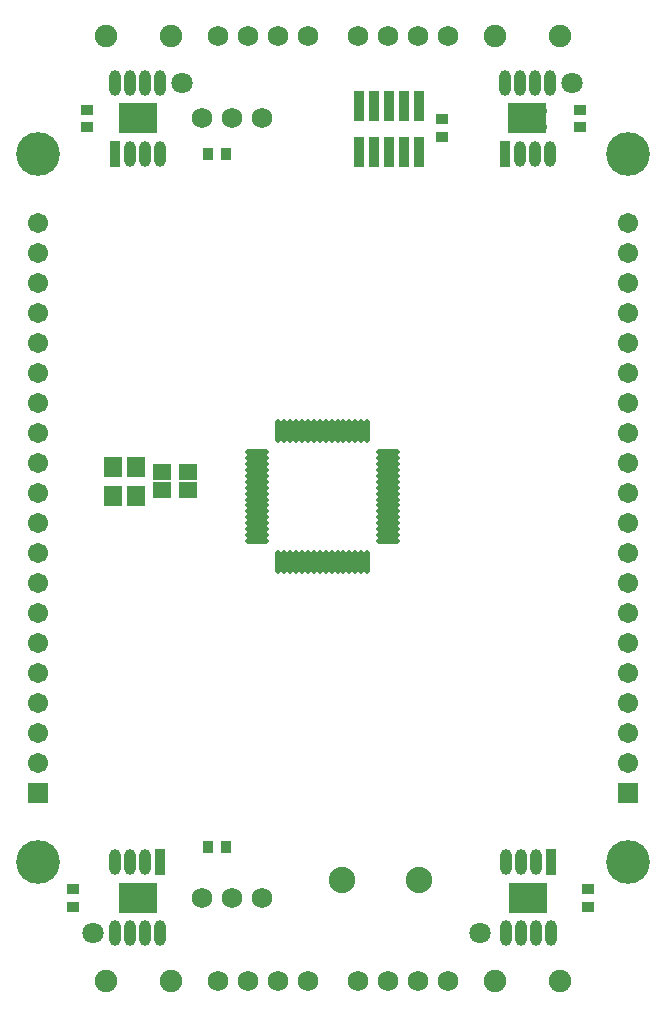
<source format=gbr>
%FSDAX33Y33*%
%MOMM*%
%SFA1B1*%

%IPPOS*%
%ADD11O,0.503199X2.003199*%
%ADD12O,2.003199X0.503199*%
%ADD13R,0.903201X1.103201*%
%ADD14R,0.963201X2.603200*%
%ADD15O,0.973201X2.203201*%
%ADD16R,0.973201X2.203201*%
%ADD17R,3.303199X2.603200*%
%ADD18R,1.603200X1.403200*%
%ADD19R,1.603200X1.703200*%
%ADD20R,1.103201X0.903201*%
%ADD21C,1.727200*%
%ADD22C,1.903199*%
%ADD23C,1.703200*%
%ADD24R,1.703200X1.703200*%
%ADD25C,2.235200*%
%ADD26C,3.703201*%
%ADD27C,0.703199*%
%ADD28C,1.803199*%
%LNtopsolder-1*%
%LPD*%
G54D26*
X038503Y046216D03*
G54D24*
X038503Y052086D03*
G54D23*
X038503Y054626D03*
Y057166D03*
Y059706D03*
Y062246D03*
Y064786D03*
Y067326D03*
Y069866D03*
Y072406D03*
Y074946D03*
Y077486D03*
Y080026D03*
Y082566D03*
Y085106D03*
Y087646D03*
Y090186D03*
Y092726D03*
Y095266D03*
Y097806D03*
Y100346D03*
G54D26*
X038503Y106216D03*
G54D20*
X041453Y042466D03*
Y043966D03*
X042653Y108466D03*
Y109966D03*
G54D22*
X044253Y036216D03*
Y116216D03*
G54D19*
X044853Y077216D03*
Y079716D03*
G54D16*
X045053Y106216D03*
G54D15*
X045053Y112216D03*
X045083Y040216D03*
Y046216D03*
X046323Y106216D03*
Y112216D03*
X046353Y040216D03*
Y046216D03*
G54D19*
X046853Y077216D03*
Y079716D03*
G54D17*
X046958Y109216D03*
X046988Y043216D03*
G54D15*
X047593Y106216D03*
Y112216D03*
X047623Y040216D03*
Y046216D03*
X048863Y106216D03*
Y112216D03*
X048893Y040216D03*
G54D16*
X048893Y046216D03*
G54D18*
X049053Y077716D03*
Y079316D03*
G54D22*
X049753Y036216D03*
Y116216D03*
G54D18*
X051253Y077716D03*
Y079316D03*
G54D21*
X052453Y043216D03*
Y109216D03*
G54D13*
X052903Y047516D03*
Y106216D03*
G54D21*
X053753Y036216D03*
Y116216D03*
G54D13*
X054403Y047516D03*
Y106216D03*
G54D21*
X054993Y043216D03*
Y109216D03*
X056293Y036216D03*
Y116216D03*
G54D12*
X057086Y073440D03*
Y073940D03*
Y074440D03*
Y074940D03*
Y075440D03*
Y075940D03*
Y076440D03*
Y076940D03*
Y077440D03*
Y077940D03*
Y078440D03*
Y078940D03*
Y079440D03*
Y079940D03*
Y080440D03*
Y080940D03*
G54D21*
X057533Y043216D03*
Y109216D03*
X058833Y036216D03*
Y116216D03*
G54D11*
X058886Y071640D03*
Y082740D03*
X059386Y071640D03*
Y082740D03*
X059886Y071640D03*
Y082740D03*
X060386Y071640D03*
Y082740D03*
X060886Y071640D03*
Y082740D03*
G54D21*
X061373Y036216D03*
Y116216D03*
G54D11*
X061386Y071640D03*
Y082740D03*
X061886Y071640D03*
Y082740D03*
X062386Y071640D03*
Y082740D03*
X062886Y071640D03*
Y082740D03*
X063386Y071640D03*
Y082740D03*
X063886Y071640D03*
Y082740D03*
G54D25*
X064253Y044716D03*
G54D11*
X064386Y071640D03*
Y082740D03*
X064886Y071640D03*
Y082740D03*
X065386Y071640D03*
Y082740D03*
G54D21*
X065633Y036216D03*
Y116216D03*
G54D14*
X065713Y106366D03*
Y110266D03*
G54D11*
X065886Y071640D03*
Y082740D03*
X066386Y071640D03*
Y082740D03*
G54D14*
X066983Y106366D03*
Y110266D03*
G54D21*
X068173Y036216D03*
Y116216D03*
G54D12*
X068186Y073440D03*
Y073940D03*
Y074440D03*
Y074940D03*
Y075440D03*
Y075940D03*
Y076440D03*
Y076940D03*
Y077440D03*
Y077940D03*
Y078440D03*
Y078940D03*
Y079440D03*
Y079940D03*
Y080440D03*
Y080940D03*
G54D14*
X068253Y106366D03*
Y110266D03*
X069523Y106366D03*
Y110266D03*
G54D21*
X070713Y036216D03*
Y116216D03*
G54D25*
X070753Y044716D03*
G54D14*
X070793Y106366D03*
D03*
Y110266D03*
G54D20*
X072753Y107666D03*
Y109166D03*
G54D21*
X073253Y036216D03*
Y116216D03*
G54D22*
X077253Y036216D03*
Y116216D03*
G54D16*
X078053Y106216D03*
G54D15*
X078053Y112216D03*
X078113Y040216D03*
Y046216D03*
X079323Y106216D03*
Y112216D03*
X079383Y040216D03*
Y046216D03*
G54D17*
X079958Y109216D03*
X080018Y043216D03*
G54D15*
X080593Y106216D03*
Y112216D03*
X080653Y040216D03*
Y046216D03*
X081863Y106216D03*
Y112216D03*
X081923Y040216D03*
G54D16*
X081923Y046216D03*
G54D22*
X082753Y036216D03*
Y116216D03*
G54D20*
X084453Y108466D03*
Y109966D03*
X085053Y042466D03*
Y043966D03*
G54D26*
X088503Y046216D03*
G54D24*
X088503Y052086D03*
G54D23*
X088503Y054626D03*
Y057166D03*
Y059706D03*
Y062246D03*
Y064786D03*
Y067326D03*
Y069866D03*
Y072406D03*
Y074946D03*
Y077486D03*
Y080026D03*
Y082566D03*
Y085106D03*
Y087646D03*
Y090186D03*
Y092726D03*
Y095266D03*
Y097806D03*
Y100346D03*
G54D26*
X088503Y106216D03*
G54D28*
X043153Y040216D03*
G54D27*
X045688Y108516D03*
Y109816D03*
X045698Y042616D03*
Y043916D03*
X046968Y108516D03*
Y109816D03*
X046978Y042616D03*
Y043916D03*
X048248Y108516D03*
Y109816D03*
X048258Y042616D03*
Y043916D03*
G54D28*
X050753Y112216D03*
X075953Y040216D03*
G54D27*
X078688Y108516D03*
Y109816D03*
X078728Y042616D03*
Y043916D03*
X079968Y108516D03*
Y109816D03*
X080008Y042616D03*
Y043916D03*
X081248Y108516D03*
Y109816D03*
X081288Y042616D03*
Y043916D03*
G54D28*
X083753Y112216D03*
M02*
</source>
